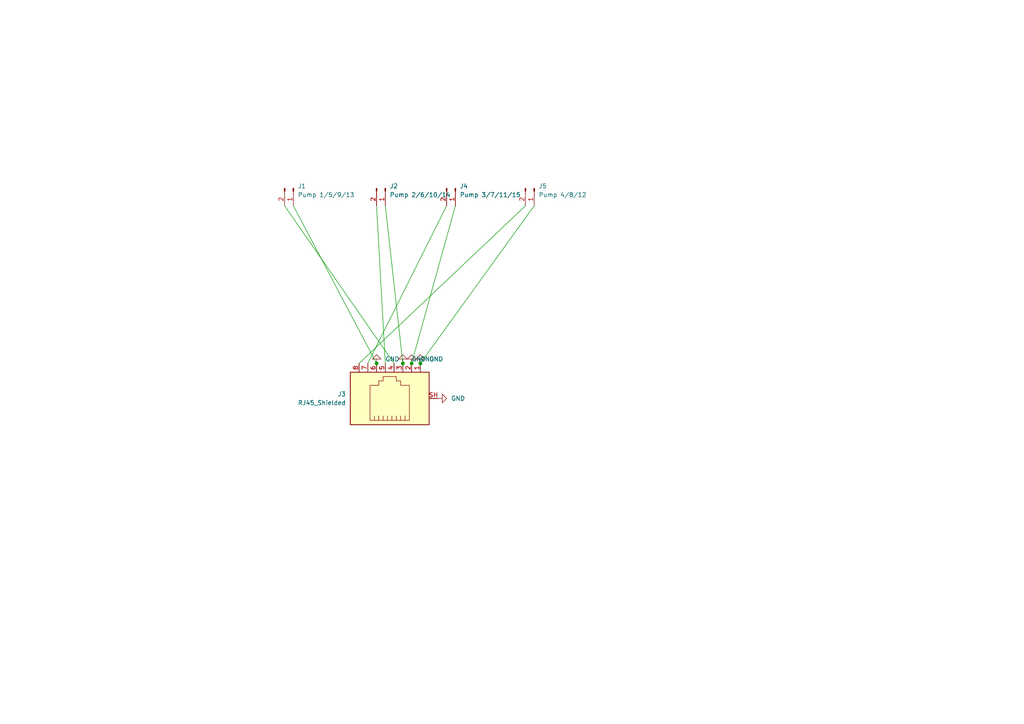
<source format=kicad_sch>
(kicad_sch (version 20211123) (generator eeschema)
  (paper "A4")
  (lib_symbols
    (symbol "Connector:Conn_01x02_Male" (pin_names (offset 1.016) hide)
      (property "Reference" "J" (at 0 2.54 0))
      (property "Value" "Conn_01x02_Male" (at 0 -5.08 0))
      (symbol "Conn_01x02_Male_1_1"
        (polyline (pts (xy 1.27 -2.54) (xy 0.8636 -2.54)) (stroke (width 0.1524)))
        (polyline (pts (xy 1.27 0) (xy 0.8636 0)) (stroke (width 0.1524)))
        (rectangle (start 0.8636 -2.413) (end 0 -2.667) (stroke (width 0.1524)) (fill (type outline)))
        (rectangle (start 0.8636 0.127) (end 0 -0.127) (stroke (width 0.1524)) (fill (type outline)))
        (pin passive line (at 5.08 0 180) (length 3.81) (name "Pin_1") (number "1"))
        (pin passive line (at 5.08 -2.54 180) (length 3.81) (name "Pin_2") (number "2"))
      )
    )
    (symbol "Connector:RJ45_Shielded" (pin_names (offset 1.016))
      (property "Reference" "J" (at -5.08 13.97 0))
      (property "Value" "RJ45_Shielded" (at 2.54 13.97 0))
      (symbol "RJ45_Shielded_0_1"
        (polyline (pts (xy -5.08 4.445) (xy -6.35 4.445)))
        (polyline (pts (xy -5.08 5.715) (xy -6.35 5.715)))
        (polyline (pts (xy -6.35 -3.175) (xy -5.08 -3.175) (xy -5.08 -3.175)))
        (polyline (pts (xy -6.35 -1.905) (xy -5.08 -1.905) (xy -5.08 -1.905)))
        (polyline (pts (xy -6.35 -0.635) (xy -5.08 -0.635) (xy -5.08 -0.635)))
        (polyline (pts (xy -6.35 0.635) (xy -5.08 0.635) (xy -5.08 0.635)))
        (polyline (pts (xy -6.35 1.905) (xy -5.08 1.905) (xy -5.08 1.905)))
        (polyline (pts (xy -5.08 3.175) (xy -6.35 3.175) (xy -6.35 3.175)))
        (polyline (pts (xy -6.35 -4.445) (xy -6.35 6.985) (xy 3.81 6.985) (xy 3.81 4.445) (xy 5.08 4.445) (xy 5.08 3.175) (xy 6.35 3.175) (xy 6.35 -0.635) (xy 5.08 -0.635) (xy 5.08 -1.905) (xy 3.81 -1.905) (xy 3.81 -4.445) (xy -6.35 -4.445) (xy -6.35 -4.445)))
        (rectangle (start 7.62 12.7) (end -7.62 -10.16) (stroke (width 0.254)) (fill (type background)))
      )
      (symbol "RJ45_Shielded_1_1"
        (pin passive line (at 10.16 -7.62 180) (length 2.54) (name "~") (number "1"))
        (pin passive line (at 10.16 -5.08 180) (length 2.54) (name "~") (number "2"))
        (pin passive line (at 10.16 -2.54 180) (length 2.54) (name "~") (number "3"))
        (pin passive line (at 10.16 0 180) (length 2.54) (name "~") (number "4"))
        (pin passive line (at 10.16 2.54 180) (length 2.54) (name "~") (number "5"))
        (pin passive line (at 10.16 5.08 180) (length 2.54) (name "~") (number "6"))
        (pin passive line (at 10.16 7.62 180) (length 2.54) (name "~") (number "7"))
        (pin passive line (at 10.16 10.16 180) (length 2.54) (name "~") (number "8"))
        (pin passive line (at 0 -12.7 90) (length 2.54) (name "~") (number "SH"))
      )
    )
    (symbol "power:GND" (power) (pin_names (offset 0))
      (property "Value" "GND" (at 0 -3.81 0))
      (symbol "GND_0_1"
        (polyline (pts (xy 0 0) (xy 0 -1.27) (xy 1.27 -1.27) (xy 0 -2.54) (xy -1.27 -1.27) (xy 0 -1.27)))
      )
      (symbol "GND_1_1"
        (pin power_in line (at 0 0 270) (length 0) hide (name "GND") (number "1"))
      )
    )
  )
  (junction (at 119.38 105.41))
  (junction (at 116.84 105.41))
  (junction (at 121.92 105.41))
  (junction (at 109.22 105.41))
  (wire (pts (xy 85.09 59.69) (xy 109.22 105.41)))
  (wire (pts (xy 132.08 59.69) (xy 119.38 105.41)))
  (wire (pts (xy 111.76 59.69) (xy 116.84 105.41)))
  (wire (pts (xy 129.54 59.69) (xy 106.68 105.41)))
  (wire (pts (xy 154.94 59.69) (xy 121.92 105.41)))
  (wire (pts (xy 109.22 59.69) (xy 111.76 105.41)))
  (wire (pts (xy 152.4 59.69) (xy 104.14 105.41)))
  (wire (pts (xy 82.55 59.69) (xy 114.3 105.41)))
  (symbol (lib_id "Connector:Conn_01x02_Male") (at 132.08 54.61 270) (unit 1)
    (property "Reference" "J4" (at 133.35 53.9749 90) (effects (justify left)))
    (property "Value" "Pump 3/7/11/15" (at 133.35 56.5149 90) (effects (justify left)))
    (property "Footprint" "TerminalBlock:TerminalBlock_bornier-2_P5.08mm" (effects hide))
  )
  (symbol (lib_id "Connector:Conn_01x02_Male") (at 85.09 54.61 270) (unit 1)
    (property "Reference" "J1" (at 86.36 53.9749 90) (effects (justify left)))
    (property "Value" "Pump 1/5/9/13" (at 86.36 56.5149 90) (effects (justify left)))
    (property "Footprint" "TerminalBlock:TerminalBlock_bornier-2_P5.08mm" (effects hide))
  )
  (symbol (lib_id "Connector:Conn_01x02_Male") (at 154.94 54.61 270) (unit 1)
    (property "Reference" "J5" (at 156.21 53.9749 90) (effects (justify left)))
    (property "Value" "Pump 4/8/12" (at 156.21 56.5149 90) (effects (justify left)))
    (property "Footprint" "TerminalBlock:TerminalBlock_bornier-2_P5.08mm" (effects hide))
  )
  (symbol (lib_id "power:GND") (at 109.22 105.41 180) (unit 1)
    (property "Reference" "#PWR0105" (effects hide))
    (property "Value" "GND" (at 111.76 104.1399 0) (effects (justify right)))
  )
  (symbol (lib_id "Connector:Conn_01x02_Male") (at 111.76 54.61 270) (unit 1)
    (property "Reference" "J2" (at 113.03 53.9749 90) (effects (justify left)))
    (property "Value" "Pump 2/6/10/14" (at 113.03 56.5149 90) (effects (justify left)))
    (property "Footprint" "TerminalBlock:TerminalBlock_bornier-2_P5.08mm" (effects hide))
  )
  (symbol (lib_id "power:GND") (at 121.92 105.41 180) (unit 1)
    (property "Reference" "#PWR0102" (effects hide))
    (property "Value" "GND" (at 124.46 104.1399 0) (effects (justify right)))
  )
  (symbol (lib_id "power:GND") (at 119.38 105.41 180) (unit 1)
    (property "Reference" "#PWR0101" (effects hide))
    (property "Value" "GND" (at 121.92 104.1399 0) (effects (justify right)))
  )
  (symbol (lib_id "power:GND") (at 127 115.57 90) (unit 1)
    (property "Reference" "#PWR0103" (effects hide))
    (property "Value" "GND" (at 130.81 115.5699 90) (effects (justify right)))
  )
  (symbol (lib_id "power:GND") (at 116.84 105.41 180) (unit 1)
    (property "Reference" "#PWR0104" (effects hide))
    (property "Value" "GND" (at 119.38 104.1399 0) (effects (justify right)))
  )
  (symbol (lib_id "Connector:RJ45_Shielded") (at 114.3 115.57 90) (unit 1)
    (property "Reference" "J3" (at 100.33 114.2999 90) (effects (justify left)))
    (property "Value" "RJ45_Shielded" (at 100.33 116.8399 90) (effects (justify left)))
    (property "Footprint" "Connector_RJ:RJ45_Ninigi_GE" (effects hide))
  )
)
</source>
